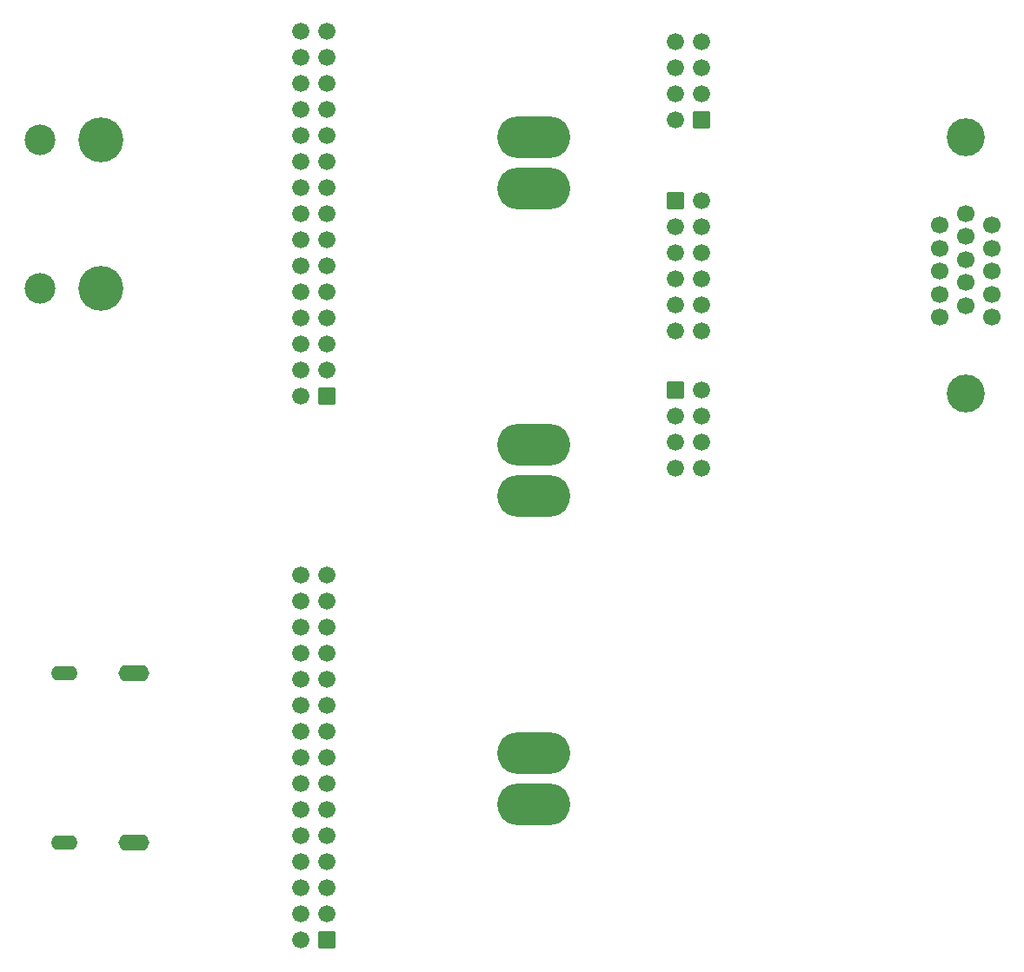
<source format=gbs>
G04 Layer: BottomSolderMaskLayer*
G04 EasyEDA v6.5.20, 2023-01-06 03:34:03*
G04 a67cddfb3fce44daa9051d46cbbcc19f,10*
G04 Gerber Generator version 0.2*
G04 Scale: 100 percent, Rotated: No, Reflected: No *
G04 Dimensions in millimeters *
G04 leading zeros omitted , absolute positions ,4 integer and 5 decimal *
%FSLAX45Y45*%
%MOMM*%

%AMMACRO1*1,1,$1,$2,$3*1,1,$1,$4,$5*1,1,$1,0-$2,0-$3*1,1,$1,0-$4,0-$5*20,1,$1,$2,$3,$4,$5,0*20,1,$1,$4,$5,0-$2,0-$3,0*20,1,$1,0-$2,0-$3,0-$4,0-$5,0*20,1,$1,0-$4,0-$5,$2,$3,0*4,1,4,$2,$3,$4,$5,0-$2,0-$3,0-$4,0-$5,$2,$3,0*%
%ADD10C,3.7008*%
%ADD11C,1.6942*%
%ADD12C,1.6764*%
%ADD13MACRO1,0.1016X0.7874X0.7874X0.7874X-0.7874*%
%ADD14MACRO1,0.1016X-0.7874X-0.7874X-0.7874X0.7874*%
%ADD15C,4.3767*%
%ADD16C,2.9817*%
%ADD17O,3.0032959999999997X1.6032479999999998*%
%ADD18O,2.6032459999999995X1.4030960000000001*%
%ADD19O,7.101586000000001X4.101592*%

%LPD*%
D10*
G01*
X9199879Y5749899D03*
G01*
X9199879Y8249920D03*
D11*
G01*
X8945879Y6493662D03*
G01*
X8945879Y6718655D03*
G01*
X8945879Y6943648D03*
G01*
X8945879Y7168642D03*
G01*
X8945879Y7393660D03*
G01*
X9199879Y6606159D03*
G01*
X9199879Y6831152D03*
G01*
X9199879Y7056145D03*
G01*
X9199879Y7281138D03*
G01*
X9199879Y7506157D03*
G01*
X9453879Y6493662D03*
G01*
X9453879Y6718655D03*
G01*
X9453879Y6943648D03*
G01*
X9453879Y7168642D03*
G01*
X9453879Y7393660D03*
D12*
G01*
X6626986Y6364986D03*
G01*
X6372986Y6364986D03*
G01*
X6626986Y6618986D03*
G01*
X6372986Y6618986D03*
G01*
X6626986Y6872986D03*
G01*
X6372986Y6872986D03*
G01*
X6626986Y7126986D03*
G01*
X6372986Y7126986D03*
G01*
X6626986Y7380986D03*
G01*
X6372986Y7380986D03*
G01*
X6626986Y7634986D03*
D13*
G01*
X6372987Y7634985D03*
G01*
X6372987Y5780989D03*
D12*
G01*
X6626986Y5780989D03*
G01*
X6372986Y5526989D03*
G01*
X6626986Y5526989D03*
G01*
X6372986Y5272989D03*
G01*
X6626986Y5272989D03*
G01*
X6372986Y5018989D03*
G01*
X6626986Y5018989D03*
D14*
G01*
X6626987Y8418982D03*
D12*
G01*
X6372986Y8418982D03*
G01*
X6626986Y8672982D03*
G01*
X6372986Y8672982D03*
G01*
X6626986Y8926982D03*
G01*
X6372986Y8926982D03*
G01*
X6626986Y9180982D03*
G01*
X6372986Y9180982D03*
D15*
G01*
X780008Y6774992D03*
G01*
X780008Y8224977D03*
D16*
G01*
X183997Y6774992D03*
G01*
X183997Y8224977D03*
D14*
G01*
X2976994Y5721985D03*
D12*
G01*
X2723006Y5721985D03*
G01*
X2977006Y5975985D03*
G01*
X2723006Y5975985D03*
G01*
X2977006Y6229985D03*
G01*
X2723006Y6229985D03*
G01*
X2977006Y6483985D03*
G01*
X2723006Y6483985D03*
G01*
X2977006Y6737985D03*
G01*
X2723006Y6737985D03*
G01*
X2977006Y6991985D03*
G01*
X2723006Y6991985D03*
G01*
X2977006Y7245985D03*
G01*
X2723006Y7245985D03*
G01*
X2977006Y7499985D03*
G01*
X2723006Y7499985D03*
G01*
X2977006Y7753985D03*
G01*
X2723006Y7753985D03*
G01*
X2977006Y8007985D03*
G01*
X2723006Y8007985D03*
G01*
X2977006Y8261985D03*
G01*
X2723006Y8261985D03*
G01*
X2977006Y8515985D03*
G01*
X2723006Y8515985D03*
G01*
X2977006Y8769985D03*
G01*
X2723006Y8769985D03*
G01*
X2977006Y9023985D03*
G01*
X2723006Y9023985D03*
G01*
X2977006Y9277985D03*
G01*
X2723006Y9277985D03*
D17*
G01*
X1099997Y3024987D03*
G01*
X1099997Y1375003D03*
D18*
G01*
X421995Y3024987D03*
G01*
X421995Y1375003D03*
D14*
G01*
X2976994Y421995D03*
D12*
G01*
X2723006Y421995D03*
G01*
X2977006Y675995D03*
G01*
X2723006Y675995D03*
G01*
X2977006Y929995D03*
G01*
X2723006Y929995D03*
G01*
X2977006Y1183995D03*
G01*
X2723006Y1183995D03*
G01*
X2977006Y1437995D03*
G01*
X2723006Y1437995D03*
G01*
X2977006Y1691995D03*
G01*
X2723006Y1691995D03*
G01*
X2977006Y1945995D03*
G01*
X2723006Y1945995D03*
G01*
X2977006Y2199995D03*
G01*
X2723006Y2199995D03*
G01*
X2977006Y2453995D03*
G01*
X2723006Y2453995D03*
G01*
X2977006Y2707995D03*
G01*
X2723006Y2707995D03*
G01*
X2977006Y2961995D03*
G01*
X2723006Y2961995D03*
G01*
X2977006Y3215995D03*
G01*
X2723006Y3215995D03*
G01*
X2977006Y3469995D03*
G01*
X2723006Y3469995D03*
G01*
X2977006Y3723995D03*
G01*
X2723006Y3723995D03*
G01*
X2977006Y3977995D03*
G01*
X2723006Y3977995D03*
D19*
G01*
X4999990Y2249982D03*
G01*
X4999990Y4749977D03*
G01*
X4999990Y5249976D03*
G01*
X4999990Y7749971D03*
G01*
X4999990Y8249970D03*
G01*
X4999990Y1749983D03*
M02*

</source>
